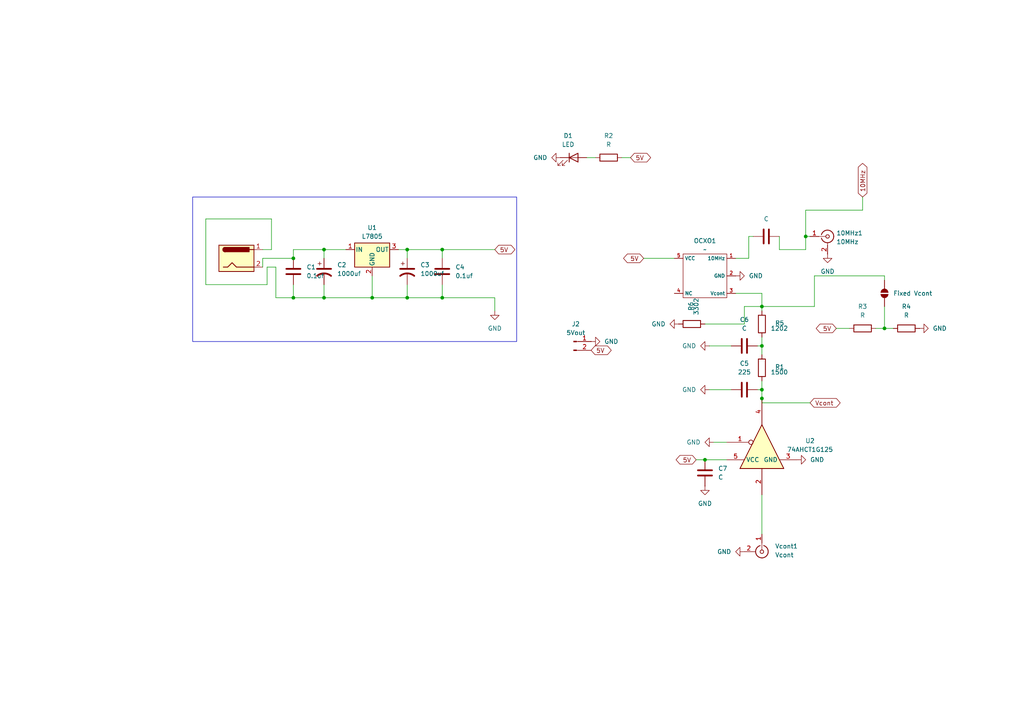
<source format=kicad_sch>
(kicad_sch (version 20231120) (generator "eeschema") (generator_version "8.0")
  (paper "A4")
  (lib_symbols
    (symbol "74xGxx:74AHCT1G125"
      (property "Reference" "U" (at -2.54 3.81 0))
      (property "Value" "74AHCT1G125" (at 0 -3.81 0))
      (symbol "74AHCT1G125_0_1"
        (polyline (pts (xy -7.62 6.35) (xy -7.62 -6.35) (xy 5.08 0) (xy -7.62 6.35)) (stroke (width 0.254)) (fill (type background)))
      )
      (symbol "74AHCT1G125_1_1"
        (pin input inverted (at 0 10.16 270) (length 7.62) (name "~") (number "1"))
        (pin input line (at -15.24 0 0) (length 7.62) (name "~") (number "2"))
        (pin power_in line (at -5.08 -10.16 90) (length 5.08) (name "GND") (number "3"))
        (pin tri_state line (at 12.7 0 180) (length 7.62) (name "~") (number "4"))
        (pin power_in line (at -5.08 10.16 270) (length 5.08) (name "VCC") (number "5"))
      )
    )
    (symbol "Connector:Conn_01x02_Pin" (pin_names (offset 1.016) hide)
      (property "Reference" "J" (at 0 2.54 0))
      (property "Value" "Conn_01x02_Pin" (at 0 -5.08 0))
      (symbol "Conn_01x02_Pin_1_1"
        (polyline (pts (xy 1.27 -2.54) (xy 0.8636 -2.54)) (stroke (width 0.1524)))
        (polyline (pts (xy 1.27 0) (xy 0.8636 0)) (stroke (width 0.1524)))
        (rectangle (start 0.8636 -2.413) (end 0 -2.667) (stroke (width 0.1524)) (fill (type outline)))
        (rectangle (start 0.8636 0.127) (end 0 -0.127) (stroke (width 0.1524)) (fill (type outline)))
        (pin passive line (at 5.08 0 180) (length 3.81) (name "Pin_1") (number "1"))
        (pin passive line (at 5.08 -2.54 180) (length 3.81) (name "Pin_2") (number "2"))
      )
    )
    (symbol "Connector:Conn_Coaxial" (pin_names (offset 1.016) hide)
      (property "Reference" "J" (at 0.254 3.048 0))
      (property "Value" "Conn_Coaxial" (at 2.921 0 90))
      (symbol "Conn_Coaxial_0_1"
        (arc (start -1.778 -0.508) (mid 0.2311 -1.8066) (end 1.778 0) (stroke (width 0.254)))
        (polyline (pts (xy -2.54 0) (xy -0.508 0)))
        (polyline (pts (xy 0 -2.54) (xy 0 -1.778)))
        (circle (center 0 0) (radius 0.508) (stroke (width 0.2032)))
        (arc (start 1.778 0) (mid 0.2099 1.8101) (end -1.778 0.508) (stroke (width 0.254)))
      )
      (symbol "Conn_Coaxial_1_1"
        (pin passive line (at -5.08 0 0) (length 2.54) (name "In") (number "1"))
        (pin passive line (at 0 -5.08 90) (length 2.54) (name "Ext") (number "2"))
      )
    )
    (symbol "Connector:Jack-DC" (pin_names (offset 1.016))
      (property "Reference" "J" (at 0 5.334 0))
      (property "Value" "Jack-DC" (at 0 -5.08 0))
      (symbol "Jack-DC_0_1"
        (rectangle (start -5.08 3.81) (end 5.08 -3.81) (stroke (width 0.254)) (fill (type background)))
        (arc (start -3.302 3.175) (mid -3.9343 2.54) (end -3.302 1.905) (stroke (width 0.254)))
        (arc (start -3.302 3.175) (mid -3.9343 2.54) (end -3.302 1.905) (stroke (width 0.254)) (fill (type outline)))
        (polyline (pts (xy 5.08 2.54) (xy 3.81 2.54)) (stroke (width 0.254)))
        (polyline (pts (xy -3.81 -2.54) (xy -2.54 -2.54) (xy -1.27 -1.27) (xy 0 -2.54) (xy 2.54 -2.54) (xy 5.08 -2.54)) (stroke (width 0.254)))
        (rectangle (start 3.683 3.175) (end -3.302 1.905) (stroke (width 0.254)) (fill (type outline)))
      )
      (symbol "Jack-DC_1_1"
        (pin passive line (at 7.62 2.54 180) (length 2.54) (name "~") (number "1"))
        (pin passive line (at 7.62 -2.54 180) (length 2.54) (name "~") (number "2"))
      )
    )
    (symbol "Device:C" (pin_numbers hide) (pin_names (offset 0.254))
      (property "Reference" "C" (at 0.635 2.54 0))
      (property "Value" "C" (at 0.635 -2.54 0))
      (symbol "C_0_1"
        (polyline (pts (xy -2.032 -0.762) (xy 2.032 -0.762)) (stroke (width 0.508)))
        (polyline (pts (xy -2.032 0.762) (xy 2.032 0.762)) (stroke (width 0.508)))
      )
      (symbol "C_1_1"
        (pin passive line (at 0 3.81 270) (length 2.794) (name "~") (number "1"))
        (pin passive line (at 0 -3.81 90) (length 2.794) (name "~") (number "2"))
      )
    )
    (symbol "Device:C_Polarized_US" (pin_numbers hide) (pin_names (offset 0.254) hide)
      (property "Reference" "C" (at 0.635 2.54 0))
      (property "Value" "C_Polarized_US" (at 0.635 -2.54 0))
      (symbol "C_Polarized_US_0_1"
        (polyline (pts (xy -2.032 0.762) (xy 2.032 0.762)) (stroke (width 0.508)))
        (polyline (pts (xy -1.778 2.286) (xy -0.762 2.286)))
        (polyline (pts (xy -1.27 1.778) (xy -1.27 2.794)))
        (arc (start 2.032 -1.27) (mid 0 -0.5572) (end -2.032 -1.27) (stroke (width 0.508)))
      )
      (symbol "C_Polarized_US_1_1"
        (pin passive line (at 0 3.81 270) (length 2.794) (name "~") (number "1"))
        (pin passive line (at 0 -3.81 90) (length 3.302) (name "~") (number "2"))
      )
    )
    (symbol "Device:LED" (pin_numbers hide) (pin_names (offset 1.016) hide)
      (property "Reference" "D" (at 0 2.54 0))
      (property "Value" "LED" (at 0 -2.54 0))
      (symbol "LED_0_1"
        (polyline (pts (xy -1.27 -1.27) (xy -1.27 1.27)) (stroke (width 0.254)))
        (polyline (pts (xy -1.27 0) (xy 1.27 0)))
        (polyline (pts (xy 1.27 -1.27) (xy 1.27 1.27) (xy -1.27 0) (xy 1.27 -1.27)) (stroke (width 0.254)))
        (polyline (pts (xy -3.048 -0.762) (xy -4.572 -2.286) (xy -3.81 -2.286) (xy -4.572 -2.286) (xy -4.572 -1.524)))
        (polyline (pts (xy -1.778 -0.762) (xy -3.302 -2.286) (xy -2.54 -2.286) (xy -3.302 -2.286) (xy -3.302 -1.524)))
      )
      (symbol "LED_1_1"
        (pin passive line (at -3.81 0 0) (length 2.54) (name "K") (number "1"))
        (pin passive line (at 3.81 0 180) (length 2.54) (name "A") (number "2"))
      )
    )
    (symbol "Device:R" (pin_numbers hide) (pin_names (offset 0))
      (property "Reference" "R" (at 2.032 0 90))
      (property "Value" "R" (at 0 0 90))
      (symbol "R_0_1"
        (rectangle (start -1.016 -2.54) (end 1.016 2.54) (stroke (width 0.254)))
      )
      (symbol "R_1_1"
        (pin passive line (at 0 3.81 270) (length 1.27) (name "~") (number "1"))
        (pin passive line (at 0 -3.81 90) (length 1.27) (name "~") (number "2"))
      )
    )
    (symbol "Gibbi:OSC5A2B02"
      (property "Reference" "OCXO" (at 0 7.62 0))
      (symbol "OSC5A2B02_0_1"
        (rectangle (start -6.35 6.35) (end 6.35 -6.35))
      )
      (symbol "OSC5A2B02_1_1"
        (pin output line (at 5.08 -8.89 90) (length 2.54) (name "10MHz") (number "1"))
        (pin input line (at 0 -8.89 90) (length 2.54) (name "GND") (number "2"))
        (pin input line (at -5.08 -8.89 90) (length 2.54) (name "Vcont") (number "3"))
        (pin free line (at -5.08 8.89 270) (length 2.54) (name "NC") (number "4"))
        (pin input line (at 5.08 8.89 270) (length 2.54) (name "VCC") (number "5"))
      )
    )
    (symbol "Jumper:SolderJumper_2_Open" (pin_numbers hide) (pin_names (offset 0) hide) (exclude_from_sim yes) (in_bom no)
      (property "Reference" "JP" (at 0 2.032 0))
      (property "Value" "SolderJumper_2_Open" (at 0 -2.54 0))
      (symbol "SolderJumper_2_Open_0_1"
        (arc (start -0.254 1.016) (mid -1.2656 0) (end -0.254 -1.016))
        (arc (start -0.254 1.016) (mid -1.2656 0) (end -0.254 -1.016) (fill (type outline)))
        (polyline (pts (xy -0.254 1.016) (xy -0.254 -1.016)))
        (polyline (pts (xy 0.254 1.016) (xy 0.254 -1.016)))
        (arc (start 0.254 -1.016) (mid 1.2656 0) (end 0.254 1.016))
        (arc (start 0.254 -1.016) (mid 1.2656 0) (end 0.254 1.016) (fill (type outline)))
      )
      (symbol "SolderJumper_2_Open_1_1"
        (pin passive line (at -3.81 0 0) (length 2.54) (name "A") (number "1"))
        (pin passive line (at 3.81 0 180) (length 2.54) (name "B") (number "2"))
      )
    )
    (symbol "Regulator_Linear:L7805" (pin_names (offset 0.254))
      (property "Reference" "U" (at -3.81 3.175 0))
      (property "Value" "L7805" (at 0 3.175 0))
      (symbol "L7805_0_1"
        (rectangle (start -5.08 1.905) (end 5.08 -5.08) (stroke (width 0.254)) (fill (type background)))
      )
      (symbol "L7805_1_1"
        (pin power_in line (at -7.62 0 0) (length 2.54) (name "IN") (number "1"))
        (pin power_in line (at 0 -7.62 90) (length 2.54) (name "GND") (number "2"))
        (pin power_out line (at 7.62 0 180) (length 2.54) (name "OUT") (number "3"))
      )
    )
    (symbol "power:GND" (power) (pin_numbers hide) (pin_names (offset 0) hide)
      (property "Value" "GND" (at 0 -3.81 0))
      (symbol "GND_0_1"
        (polyline (pts (xy 0 0) (xy 0 -1.27) (xy 1.27 -1.27) (xy 0 -2.54) (xy -1.27 -1.27) (xy 0 -1.27)))
      )
      (symbol "GND_1_1"
        (pin power_in line (at 0 0 270) (length 0) (name "~") (number "1"))
      )
    )
  )
  (junction (at 93.98 86.36))
  (junction (at 118.11 72.39))
  (junction (at 85.09 86.36))
  (junction (at 85.09 74.93))
  (junction (at 128.27 86.36))
  (junction (at 233.68 68.58))
  (junction (at 220.98 100.33))
  (junction (at 256.54 95.25))
  (junction (at 128.27 72.39))
  (junction (at 93.98 72.39))
  (junction (at 204.47 133.35))
  (junction (at 118.11 86.36))
  (junction (at 107.95 86.36))
  (junction (at 220.98 88.9))
  (junction (at 220.98 115.57))
  (junction (at 220.98 113.03))
  (wire (pts (xy 210.82 128.27) (xy 207.01 128.27)))
  (wire (pts (xy 85.09 72.39) (xy 93.98 72.39)))
  (wire (pts (xy 128.27 86.36) (xy 143.51 86.36)))
  (wire (pts (xy 80.01 86.36) (xy 85.09 86.36)))
  (wire (pts (xy 93.98 86.36) (xy 107.95 86.36)))
  (wire (pts (xy 143.51 86.36) (xy 143.51 90.17)))
  (wire (pts (xy 256.54 88.9) (xy 256.54 95.25)))
  (wire (pts (xy 220.98 85.09) (xy 213.36 85.09)))
  (wire (pts (xy 107.95 80.01) (xy 107.95 86.36)))
  (wire (pts (xy 236.22 88.9) (xy 220.98 88.9)))
  (wire (pts (xy 78.74 72.39) (xy 76.2 72.39)))
  (wire (pts (xy 85.09 86.36) (xy 93.98 86.36)))
  (wire (pts (xy 93.98 82.55) (xy 93.98 86.36)))
  (wire (pts (xy 80.01 77.47) (xy 77.47 77.47)))
  (wire (pts (xy 85.09 72.39) (xy 85.09 74.93)))
  (wire (pts (xy 80.01 77.47) (xy 80.01 86.36)))
  (wire (pts (xy 78.74 63.5) (xy 78.74 72.39)))
  (wire (pts (xy 217.17 68.58) (xy 217.17 74.93)))
  (wire (pts (xy 219.71 100.33) (xy 220.98 100.33)))
  (wire (pts (xy 59.69 63.5) (xy 78.74 63.5)))
  (wire (pts (xy 205.74 113.03) (xy 212.09 113.03)))
  (wire (pts (xy 180.34 45.72) (xy 182.88 45.72)))
  (wire (pts (xy 220.98 116.84) (xy 220.98 115.57)))
  (wire (pts (xy 118.11 86.36) (xy 128.27 86.36)))
  (wire (pts (xy 242.57 95.25) (xy 246.38 95.25)))
  (wire (pts (xy 226.06 72.39) (xy 233.68 72.39)))
  (wire (pts (xy 220.98 88.9) (xy 220.98 90.17)))
  (wire (pts (xy 85.09 82.55) (xy 85.09 86.36)))
  (wire (pts (xy 128.27 82.55) (xy 128.27 86.36)))
  (wire (pts (xy 118.11 82.55) (xy 118.11 86.36)))
  (wire (pts (xy 77.47 82.55) (xy 59.69 82.55)))
  (wire (pts (xy 220.98 97.79) (xy 220.98 100.33)))
  (wire (pts (xy 219.71 113.03) (xy 220.98 113.03)))
  (wire (pts (xy 250.19 57.15) (xy 250.19 60.96)))
  (wire (pts (xy 220.98 110.49) (xy 220.98 113.03)))
  (wire (pts (xy 93.98 72.39) (xy 100.33 72.39)))
  (wire (pts (xy 213.36 74.93) (xy 217.17 74.93)))
  (wire (pts (xy 220.98 143.51) (xy 220.98 154.94)))
  (wire (pts (xy 128.27 72.39) (xy 143.51 72.39)))
  (wire (pts (xy 256.54 80.01) (xy 256.54 81.28)))
  (wire (pts (xy 250.19 60.96) (xy 233.68 60.96)))
  (wire (pts (xy 233.68 60.96) (xy 233.68 68.58)))
  (wire (pts (xy 77.47 77.47) (xy 77.47 82.55)))
  (wire (pts (xy 204.47 93.98) (xy 215.9 93.98)))
  (wire (pts (xy 256.54 80.01) (xy 236.22 80.01)))
  (wire (pts (xy 118.11 72.39) (xy 118.11 74.93)))
  (wire (pts (xy 220.98 100.33) (xy 220.98 102.87)))
  (wire (pts (xy 233.68 68.58) (xy 234.95 68.58)))
  (wire (pts (xy 256.54 95.25) (xy 259.08 95.25)))
  (wire (pts (xy 226.06 72.39) (xy 226.06 68.58)))
  (wire (pts (xy 215.9 93.98) (xy 215.9 88.9)))
  (wire (pts (xy 220.98 113.03) (xy 220.98 115.57)))
  (wire (pts (xy 170.18 45.72) (xy 172.72 45.72)))
  (wire (pts (xy 76.2 74.93) (xy 85.09 74.93)))
  (wire (pts (xy 220.98 85.09) (xy 220.98 88.9)))
  (wire (pts (xy 186.69 74.93) (xy 195.58 74.93)))
  (wire (pts (xy 59.69 82.55) (xy 59.69 63.5)))
  (wire (pts (xy 118.11 72.39) (xy 128.27 72.39)))
  (wire (pts (xy 236.22 80.01) (xy 236.22 88.9)))
  (wire (pts (xy 115.57 72.39) (xy 118.11 72.39)))
  (wire (pts (xy 254 95.25) (xy 256.54 95.25)))
  (wire (pts (xy 93.98 72.39) (xy 93.98 74.93)))
  (wire (pts (xy 128.27 72.39) (xy 128.27 74.93)))
  (wire (pts (xy 217.17 68.58) (xy 218.44 68.58)))
  (wire (pts (xy 107.95 86.36) (xy 118.11 86.36)))
  (wire (pts (xy 205.74 100.33) (xy 212.09 100.33)))
  (wire (pts (xy 233.68 68.58) (xy 233.68 72.39)))
  (wire (pts (xy 215.9 88.9) (xy 220.98 88.9)))
  (wire (pts (xy 204.47 133.35) (xy 210.82 133.35)))
  (wire (pts (xy 76.2 77.47) (xy 76.2 74.93)))
  (wire (pts (xy 201.93 133.35) (xy 204.47 133.35)))
  (wire (pts (xy 220.98 116.84) (xy 234.95 116.84)))
  (rectangle (start 55.88 57.15) (end 149.86 99.06))
  (global_label "5V" (shape bidirectional) (at 242.57 95.25 180) (property "Intersheetrefs" "${INTERSHEET_REFS}" (effects (hide yes))))
  (global_label "5V" (shape bidirectional) (at 182.88 45.72 0) (property "Intersheetrefs" "${INTERSHEET_REFS}" (effects (hide yes))))
  (global_label "10MHz" (shape bidirectional) (at 250.19 57.15 90) (property "Intersheetrefs" "${INTERSHEET_REFS}" (effects (hide yes))))
  (global_label "5V" (shape bidirectional) (at 201.93 133.35 180) (property "Intersheetrefs" "${INTERSHEET_REFS}" (effects (hide yes))))
  (global_label "5V" (shape bidirectional) (at 186.69 74.93 180) (property "Intersheetrefs" "${INTERSHEET_REFS}" (effects (hide yes))))
  (global_label "5V" (shape bidirectional) (at 171.45 101.6 0) (property "Intersheetrefs" "${INTERSHEET_REFS}" (effects (hide yes))))
  (global_label "5V" (shape bidirectional) (at 143.51 72.39 0) (property "Intersheetrefs" "${INTERSHEET_REFS}" (effects (hide yes))))
  (global_label "Vcont" (shape bidirectional) (at 234.95 116.84 0) (property "Intersheetrefs" "${INTERSHEET_REFS}" (effects (hide yes))))
  (symbol (lib_id "power:GND") (at 240.03 73.66 0) (unit 1)
    (property "Reference" "#PWR02" (effects (hide yes)))
    (property "Value" "GND" (at 240.03 78.74 0))
    (property "Description" "Power symbol creates a global label with name \"GND\" , ground" (effects (hide yes)))
  )
  (symbol (lib_id "power:GND") (at 207.01 128.27 270) (unit 1)
    (property "Reference" "#PWR013" (effects (hide yes)))
    (property "Value" "GND" (at 203.2 128.2699 90) (effects (justify right)))
    (property "Description" "Power symbol creates a global label with name \"GND\" , ground" (effects (hide yes)))
  )
  (symbol (lib_id "Device:C") (at 204.47 137.16 180) (unit 1)
    (property "Reference" "C7" (at 208.28 135.8899 0) (effects (justify right)))
    (property "Value" "C" (at 208.28 138.4299 0) (effects (justify right)))
    (property "Footprint" "Capacitor_SMD:C_1210_3225Metric_Pad1.33x2.70mm_HandSolder" (effects (hide yes)))
    (property "Description" "Unpolarized capacitor" (effects (hide yes)))
  )
  (symbol (lib_id "power:GND") (at 143.51 90.17 0) (unit 1)
    (property "Reference" "#PWR01" (effects (hide yes)))
    (property "Value" "GND" (at 143.51 95.25 0))
    (property "Description" "Power symbol creates a global label with name \"GND\" , ground" (effects (hide yes)))
  )
  (symbol (lib_id "Device:C_Polarized_US") (at 93.98 78.74 0) (unit 1)
    (property "Reference" "C2" (at 97.79 76.8349 0) (effects (justify left)))
    (property "Value" "1000uf" (at 97.79 79.3749 0) (effects (justify left)))
    (property "Footprint" "Capacitor_Tantalum_SMD:CP_EIA-7343-43_Kemet-X_Pad2.25x2.55mm_HandSolder" (effects (hide yes)))
    (property "Description" "Polarized capacitor, US symbol" (effects (hide yes)))
  )
  (symbol (lib_id "power:GND") (at 171.45 99.06 90) (unit 1)
    (property "Reference" "#PWR011" (effects (hide yes)))
    (property "Value" "GND" (at 175.26 99.0599 90) (effects (justify right)))
    (property "Description" "Power symbol creates a global label with name \"GND\" , ground" (effects (hide yes)))
  )
  (symbol (lib_id "74xGxx:74AHCT1G125") (at 220.98 128.27 90) (unit 1)
    (property "Reference" "U2" (at 234.95 127.8538 90))
    (property "Value" "74AHCT1G125" (at 234.95 130.3938 90))
    (property "Footprint" "Package_TO_SOT_SMD:SOT-23-5_HandSoldering" (effects (hide yes)))
    (property "Datasheet" "https://www.diodes.com/assets/Datasheets/74AHCT1G125.pdf" (effects (hide yes)))
    (property "Description" "Single Buffer Gate Tri-State, Low-Voltage CMOS" (effects (hide yes)))
  )
  (symbol (lib_id "Device:LED") (at 166.37 45.72 0) (unit 1)
    (property "Reference" "D1" (at 164.7825 39.37 0))
    (property "Value" "LED" (at 164.7825 41.91 0))
    (property "Footprint" "Diode_SMD:D_1210_3225Metric_Pad1.42x2.65mm_HandSolder" (effects (hide yes)))
    (property "Description" "Light emitting diode" (effects (hide yes)))
  )
  (symbol (lib_id "Device:C_Polarized_US") (at 118.11 78.74 0) (unit 1)
    (property "Reference" "C3" (at 121.92 76.8349 0) (effects (justify left)))
    (property "Value" "1000uf" (at 121.92 79.3749 0) (effects (justify left)))
    (property "Footprint" "Capacitor_Tantalum_SMD:CP_EIA-7343-43_Kemet-X_Pad2.25x2.55mm_HandSolder" (effects (hide yes)))
    (property "Description" "Polarized capacitor, US symbol" (effects (hide yes)))
  )
  (symbol (lib_id "Device:R") (at 262.89 95.25 90) (unit 1)
    (property "Reference" "R4" (at 262.89 88.9 90))
    (property "Value" "R" (at 262.89 91.44 90))
    (property "Footprint" "Resistor_SMD:R_1210_3225Metric_Pad1.30x2.65mm_HandSolder" (effects (hide yes)))
    (property "Description" "Resistor" (effects (hide yes)))
  )
  (symbol (lib_id "Device:C") (at 215.9 100.33 90) (unit 1)
    (property "Reference" "C6" (at 215.9 92.71 90))
    (property "Value" "C" (at 215.9 95.25 90))
    (property "Footprint" "Capacitor_SMD:C_1210_3225Metric_Pad1.33x2.70mm_HandSolder" (effects (hide yes)))
    (property "Description" "Unpolarized capacitor" (effects (hide yes)))
  )
  (symbol (lib_id "Device:C") (at 222.25 68.58 90) (unit 1)
    (property "Reference" "C8" (effects (hide yes)))
    (property "Value" "C" (at 222.25 63.5 90))
    (property "Footprint" "Capacitor_SMD:C_0805_2012Metric_Pad1.18x1.45mm_HandSolder" (effects (hide yes)))
    (property "Description" "Unpolarized capacitor" (effects (hide yes)))
  )
  (symbol (lib_id "Connector:Conn_Coaxial") (at 220.98 160.02 270) (unit 1)
    (property "Reference" "Vcont1" (at 224.79 158.4324 90) (effects (justify left)))
    (property "Value" "Vcont" (at 224.79 160.9724 90) (effects (justify left)))
    (property "Footprint" "gibbi_custom:SMA_EDGE_GIBBI" (effects (hide yes)))
    (property "Description" "coaxial connector (BNC, SMA, SMB, SMC, Cinch/RCA, LEMO, ...)" (effects (hide yes)))
  )
  (symbol (lib_id "Device:C") (at 215.9 113.03 90) (unit 1)
    (property "Reference" "C5" (at 215.9 105.41 90))
    (property "Value" "225" (at 215.9 107.95 90))
    (property "Footprint" "Capacitor_SMD:C_1210_3225Metric_Pad1.33x2.70mm_HandSolder" (effects (hide yes)))
    (property "Description" "Unpolarized capacitor" (effects (hide yes)))
  )
  (symbol (lib_id "power:GND") (at 204.47 140.97 0) (unit 1)
    (property "Reference" "#PWR08" (effects (hide yes)))
    (property "Value" "GND" (at 204.47 146.05 0))
    (property "Description" "Power symbol creates a global label with name \"GND\" , ground" (effects (hide yes)))
  )
  (symbol (lib_id "power:GND") (at 266.7 95.25 90) (unit 1)
    (property "Reference" "#PWR010" (effects (hide yes)))
    (property "Value" "GND" (at 270.51 95.2499 90) (effects (justify right)))
    (property "Description" "Power symbol creates a global label with name \"GND\" , ground" (effects (hide yes)))
  )
  (symbol (lib_id "Jumper:SolderJumper_2_Open") (at 256.54 85.09 90) (unit 1) (exclude_from_sim yes) (in_bom no)
    (property "Reference" "FixedVcont1" (effects (hide yes)))
    (property "Value" "Fixed Vcont" (at 259.08 85.0899 90) (effects (justify right)))
    (property "Footprint" "Jumper:SolderJumper-2_P1.3mm_Open_RoundedPad1.0x1.5mm" (effects (hide yes)))
    (property "Description" "Solder Jumper, 2-pole, open" (effects (hide yes)))
  )
  (symbol (lib_id "Connector:Conn_Coaxial") (at 240.03 68.58 0) (unit 1)
    (property "Reference" "10MHz1" (at 242.57 67.6031 0) (effects (justify left)))
    (property "Value" "10MHz" (at 242.57 70.1431 0) (effects (justify left)))
    (property "Footprint" "gibbi_custom:SMA_EDGE_GIBBI" (effects (hide yes)))
    (property "Description" "coaxial connector (BNC, SMA, SMB, SMC, Cinch/RCA, LEMO, ...)" (effects (hide yes)))
  )
  (symbol (lib_id "power:GND") (at 205.74 113.03 270) (unit 1)
    (property "Reference" "#PWR05" (effects (hide yes)))
    (property "Value" "GND" (at 201.93 113.0299 90) (effects (justify right)))
    (property "Description" "Power symbol creates a global label with name \"GND\" , ground" (effects (hide yes)))
  )
  (symbol (lib_id "Device:C") (at 85.09 78.74 0) (unit 1)
    (property "Reference" "C1" (at 88.9 77.4699 0) (effects (justify left)))
    (property "Value" "0.1uf" (at 88.9 80.0099 0) (effects (justify left)))
    (property "Footprint" "Capacitor_SMD:C_1210_3225Metric_Pad1.33x2.70mm_HandSolder" (effects (hide yes)))
    (property "Description" "Unpolarized capacitor" (effects (hide yes)))
  )
  (symbol (lib_id "Device:R") (at 250.19 95.25 90) (unit 1)
    (property "Reference" "R3" (at 250.19 88.9 90))
    (property "Value" "R" (at 250.19 91.44 90))
    (property "Footprint" "Resistor_SMD:R_1210_3225Metric_Pad1.30x2.65mm_HandSolder" (effects (hide yes)))
    (property "Description" "Resistor" (effects (hide yes)))
  )
  (symbol (lib_id "power:GND") (at 213.36 80.01 90) (unit 1)
    (property "Reference" "#PWR03" (effects (hide yes)))
    (property "Value" "GND" (at 217.17 80.0099 90) (effects (justify right)))
    (property "Description" "Power symbol creates a global label with name \"GND\" , ground" (effects (hide yes)))
  )
  (symbol (lib_id "Connector:Jack-DC") (at 68.58 74.93 0) (unit 1)
    (property "Reference" "J1" (effects (hide yes)))
    (property "Value" "DC Connector" (effects (hide yes)))
    (property "Footprint" "Connector_AMASS:AMASS_XT30PW-M_1x02_P2.50mm_Horizontal" (effects (hide yes)))
    (property "Description" "DC Barrel Jack" (effects (hide yes)))
  )
  (symbol (lib_id "Regulator_Linear:L7805") (at 107.95 72.39 0) (unit 1)
    (property "Reference" "U1" (at 107.95 66.04 0))
    (property "Value" "L7805" (at 107.95 68.58 0))
    (property "Footprint" "gibbi:TO-7805" (effects (hide yes)))
    (property "Datasheet" "http://www.st.com/content/ccc/resource/technical/document/datasheet/41/4f/b3/b0/12/d4/47/88/CD00000444.pdf/files/CD00000444.pdf/jcr:content/translations/en.CD00000444.pdf" (effects (hide yes)))
    (property "Description" "Positive 1.5A 35V Linear Regulator, Fixed Output 5V, TO-220/TO-263/TO-252" (effects (hide yes)))
  )
  (symbol (lib_id "Connector:Conn_01x02_Pin") (at 166.37 99.06 0) (unit 1)
    (property "Reference" "J2" (at 167.005 93.98 0))
    (property "Value" "5Vout" (at 167.005 96.52 0))
    (property "Footprint" "gibbi:Simple5V" (effects (hide yes)))
    (property "Description" "Generic connector, single row, 01x02, script generated" (effects (hide yes)))
  )
  (symbol (lib_id "Device:R") (at 220.98 106.68 0) (unit 1)
    (property "Reference" "R1" (at 224.79 106.426 0) (effects (justify left)))
    (property "Value" "1500" (at 223.52 107.9499 0) (effects (justify left)))
    (property "Footprint" "Resistor_SMD:R_1210_3225Metric_Pad1.30x2.65mm_HandSolder" (effects (hide yes)))
    (property "Description" "Resistor" (effects (hide yes)))
  )
  (symbol (lib_id "Device:R") (at 176.53 45.72 270) (unit 1)
    (property "Reference" "R2" (at 176.53 39.37 90))
    (property "Value" "R" (at 176.53 41.91 90))
    (property "Footprint" "Resistor_SMD:R_1210_3225Metric_Pad1.30x2.65mm_HandSolder" (effects (hide yes)))
    (property "Description" "Resistor" (effects (hide yes)))
  )
  (symbol (lib_id "Device:R") (at 200.66 93.98 90) (unit 1)
    (property "Reference" "R6" (at 200.406 90.17 0) (effects (justify left)))
    (property "Value" "3302" (at 201.9299 91.44 0) (effects (justify left)))
    (property "Footprint" "Resistor_SMD:R_1210_3225Metric_Pad1.30x2.65mm_HandSolder" (effects (hide yes)))
    (property "Description" "Resistor" (effects (hide yes)))
  )
  (symbol (lib_id "power:GND") (at 215.9 160.02 270) (unit 1)
    (property "Reference" "#PWR04" (effects (hide yes)))
    (property "Value" "GND" (at 212.09 160.0199 90) (effects (justify right)))
    (property "Description" "Power symbol creates a global label with name \"GND\" , ground" (effects (hide yes)))
  )
  (symbol (lib_id "power:GND") (at 231.14 133.35 90) (unit 1)
    (property "Reference" "#PWR07" (effects (hide yes)))
    (property "Value" "GND" (at 234.95 133.3499 90) (effects (justify right)))
    (property "Description" "Power symbol creates a global label with name \"GND\" , ground" (effects (hide yes)))
  )
  (symbol (lib_id "Gibbi:OSC5A2B02") (at 204.47 80.01 90) (unit 1)
    (property "Reference" "OCXO1" (at 204.47 69.85 90))
    (property "Value" "~" (at 204.47 72.39 90))
    (property "Footprint" "gibbi:MULTI_XO" (effects (hide yes)))
  )
  (symbol (lib_id "power:GND") (at 205.74 100.33 270) (unit 1)
    (property "Reference" "#PWR06" (effects (hide yes)))
    (property "Value" "GND" (at 201.93 100.3299 90) (effects (justify right)))
    (property "Description" "Power symbol creates a global label with name \"GND\" , ground" (effects (hide yes)))
  )
  (symbol (lib_id "power:GND") (at 162.56 45.72 270) (unit 1)
    (property "Reference" "#PWR09" (effects (hide yes)))
    (property "Value" "GND" (at 158.75 45.7199 90) (effects (justify right)))
    (property "Description" "Power symbol creates a global label with name \"GND\" , ground" (effects (hide yes)))
  )
  (symbol (lib_id "Device:R") (at 220.98 93.98 0) (unit 1)
    (property "Reference" "R5" (at 224.79 93.726 0) (effects (justify left)))
    (property "Value" "1202" (at 223.52 95.2499 0) (effects (justify left)))
    (property "Footprint" "Resistor_SMD:R_1210_3225Metric_Pad1.30x2.65mm_HandSolder" (effects (hide yes)))
    (property "Description" "Resistor" (effects (hide yes)))
  )
  (symbol (lib_id "Device:C") (at 128.27 78.74 0) (unit 1)
    (property "Reference" "C4" (at 132.08 77.4699 0) (effects (justify left)))
    (property "Value" "0.1uf" (at 132.08 80.0099 0) (effects (justify left)))
    (property "Footprint" "Capacitor_SMD:C_1210_3225Metric_Pad1.33x2.70mm_HandSolder" (effects (hide yes)))
    (property "Description" "Unpolarized capacitor" (effects (hide yes)))
  )
  (symbol (lib_id "power:GND") (at 196.85 93.98 270) (unit 1)
    (property "Reference" "#PWR012" (effects (hide yes)))
    (property "Value" "GND" (at 193.04 93.9799 90) (effects (justify right)))
    (property "Description" "Power symbol creates a global label with name \"GND\" , ground" (effects (hide yes)))
  )
)
</source>
